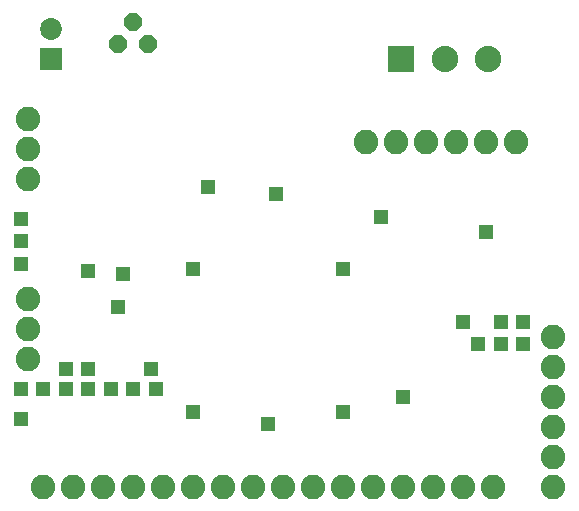
<source format=gbs>
G75*
G70*
%OFA0B0*%
%FSLAX24Y24*%
%IPPOS*%
%LPD*%
%AMOC8*
5,1,8,0,0,1.08239X$1,22.5*
%
%ADD10R,0.0730X0.0730*%
%ADD11C,0.0730*%
%ADD12C,0.0820*%
%ADD13R,0.0880X0.0880*%
%ADD14C,0.0880*%
%ADD15OC8,0.0600*%
%ADD16R,0.0476X0.0476*%
D10*
X002300Y015737D03*
D11*
X002300Y016737D03*
D12*
X002050Y001487D03*
X003050Y001487D03*
X004050Y001487D03*
X005050Y001487D03*
X006050Y001487D03*
X007050Y001487D03*
X008050Y001487D03*
X009050Y001487D03*
X010050Y001487D03*
X011050Y001487D03*
X012050Y001487D03*
X013050Y001487D03*
X014050Y001487D03*
X015050Y001487D03*
X016050Y001487D03*
X017050Y001487D03*
X019050Y001487D03*
X019050Y002487D03*
X019050Y003487D03*
X019050Y004487D03*
X019050Y005487D03*
X019050Y006487D03*
X017800Y012987D03*
X016800Y012987D03*
X015800Y012987D03*
X014800Y012987D03*
X013800Y012987D03*
X012800Y012987D03*
X001550Y012737D03*
X001550Y011737D03*
X001550Y013737D03*
X001550Y007737D03*
X001550Y006737D03*
X001550Y005737D03*
D13*
X013980Y015737D03*
D14*
X015428Y015737D03*
X016876Y015737D03*
D15*
X005550Y016237D03*
X005050Y016987D03*
X004550Y016237D03*
D16*
X007550Y011487D03*
X009800Y011237D03*
X012050Y008737D03*
X013300Y010487D03*
X016800Y009987D03*
X017300Y006987D03*
X018050Y006987D03*
X018050Y006237D03*
X017300Y006237D03*
X016550Y006237D03*
X016050Y006987D03*
X014050Y004487D03*
X012050Y003987D03*
X009550Y003577D03*
X007050Y003987D03*
X005800Y004737D03*
X005620Y005407D03*
X005050Y004737D03*
X004300Y004737D03*
X003550Y004737D03*
X003550Y005417D03*
X002800Y005417D03*
X002800Y004737D03*
X002050Y004737D03*
X001300Y004737D03*
X001300Y003737D03*
X004550Y007487D03*
X004690Y008577D03*
X003550Y008667D03*
X001300Y008917D03*
X001300Y009667D03*
X001300Y010417D03*
X007050Y008737D03*
M02*

</source>
